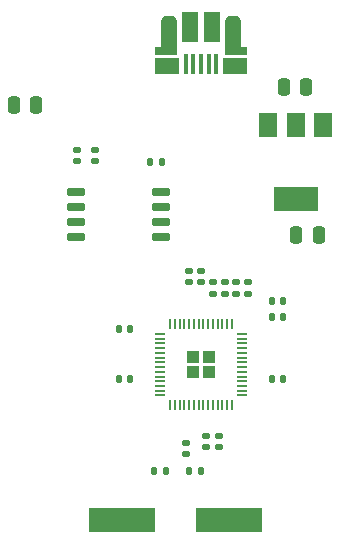
<source format=gtp>
G04 #@! TF.GenerationSoftware,KiCad,Pcbnew,7.0.1-0*
G04 #@! TF.CreationDate,2023-04-02T19:02:11+10:00*
G04 #@! TF.ProjectId,RP2040_minimal,52503230-3430-45f6-9d69-6e696d616c2e,REV1*
G04 #@! TF.SameCoordinates,Original*
G04 #@! TF.FileFunction,Paste,Top*
G04 #@! TF.FilePolarity,Positive*
%FSLAX46Y46*%
G04 Gerber Fmt 4.6, Leading zero omitted, Abs format (unit mm)*
G04 Created by KiCad (PCBNEW 7.0.1-0) date 2023-04-02 19:02:11*
%MOMM*%
%LPD*%
G01*
G04 APERTURE LIST*
G04 Aperture macros list*
%AMRoundRect*
0 Rectangle with rounded corners*
0 $1 Rounding radius*
0 $2 $3 $4 $5 $6 $7 $8 $9 X,Y pos of 4 corners*
0 Add a 4 corners polygon primitive as box body*
4,1,4,$2,$3,$4,$5,$6,$7,$8,$9,$2,$3,0*
0 Add four circle primitives for the rounded corners*
1,1,$1+$1,$2,$3*
1,1,$1+$1,$4,$5*
1,1,$1+$1,$6,$7*
1,1,$1+$1,$8,$9*
0 Add four rect primitives between the rounded corners*
20,1,$1+$1,$2,$3,$4,$5,0*
20,1,$1+$1,$4,$5,$6,$7,0*
20,1,$1+$1,$6,$7,$8,$9,0*
20,1,$1+$1,$8,$9,$2,$3,0*%
G04 Aperture macros list end*
%ADD10RoundRect,0.250000X-0.250000X-0.475000X0.250000X-0.475000X0.250000X0.475000X-0.250000X0.475000X0*%
%ADD11R,0.400000X1.750000*%
%ADD12R,1.825000X0.700000*%
%ADD13R,2.000000X1.460000*%
%ADD14RoundRect,0.384800X0.265200X1.240200X-0.265200X1.240200X-0.265200X-1.240200X0.265200X-1.240200X0*%
%ADD15R,1.425000X2.500000*%
%ADD16RoundRect,0.140000X0.170000X-0.140000X0.170000X0.140000X-0.170000X0.140000X-0.170000X-0.140000X0*%
%ADD17RoundRect,0.140000X0.140000X0.170000X-0.140000X0.170000X-0.140000X-0.170000X0.140000X-0.170000X0*%
%ADD18RoundRect,0.140000X-0.170000X0.140000X-0.170000X-0.140000X0.170000X-0.140000X0.170000X0.140000X0*%
%ADD19R,1.500000X2.000000*%
%ADD20R,3.800000X2.000000*%
%ADD21RoundRect,0.150000X-0.650000X-0.150000X0.650000X-0.150000X0.650000X0.150000X-0.650000X0.150000X0*%
%ADD22RoundRect,0.140000X-0.140000X-0.170000X0.140000X-0.170000X0.140000X0.170000X-0.140000X0.170000X0*%
%ADD23RoundRect,0.250000X-0.292217X-0.292217X0.292217X-0.292217X0.292217X0.292217X-0.292217X0.292217X0*%
%ADD24RoundRect,0.050000X-0.387500X-0.050000X0.387500X-0.050000X0.387500X0.050000X-0.387500X0.050000X0*%
%ADD25RoundRect,0.050000X-0.050000X-0.387500X0.050000X-0.387500X0.050000X0.387500X-0.050000X0.387500X0*%
%ADD26R,5.600000X2.100000*%
G04 APERTURE END LIST*
D10*
X108075000Y-89000000D03*
X109975000Y-89000000D03*
D11*
X101300000Y-74525000D03*
X100650000Y-74525000D03*
X100000000Y-74525000D03*
X99350000Y-74525000D03*
X98700000Y-74525000D03*
D12*
X102987500Y-73400000D03*
D13*
X102900000Y-74730000D03*
D14*
X102725000Y-72125000D03*
D15*
X100962500Y-71450000D03*
X99037500Y-71450000D03*
D14*
X97275000Y-72125000D03*
D13*
X97100000Y-74730000D03*
D12*
X97012500Y-73400000D03*
D16*
X104000000Y-93995000D03*
X104000000Y-93035000D03*
X103000000Y-93995000D03*
X103000000Y-93035000D03*
D17*
X93995000Y-101200000D03*
X93035000Y-101200000D03*
X96665000Y-82830000D03*
X95705000Y-82830000D03*
D18*
X89500000Y-81835000D03*
X89500000Y-82795000D03*
D19*
X110300000Y-79700000D03*
X108000000Y-79700000D03*
D20*
X108000000Y-86000000D03*
D19*
X105700000Y-79700000D03*
D21*
X89450000Y-85370000D03*
X89450000Y-86640000D03*
X89450000Y-87910000D03*
X89450000Y-89180000D03*
X96650000Y-89180000D03*
X96650000Y-87910000D03*
X96650000Y-86640000D03*
X96650000Y-85370000D03*
D22*
X99005000Y-109000000D03*
X99965000Y-109000000D03*
D16*
X91000000Y-82795000D03*
X91000000Y-81835000D03*
X100000000Y-92995000D03*
X100000000Y-92035000D03*
D22*
X106005000Y-101200000D03*
X106965000Y-101200000D03*
D18*
X100381000Y-106005000D03*
X100381000Y-106965000D03*
X101000000Y-93035000D03*
X101000000Y-93995000D03*
X101500000Y-106005000D03*
X101500000Y-106965000D03*
D10*
X106987500Y-76500000D03*
X108887500Y-76500000D03*
D17*
X93995000Y-97000000D03*
X93035000Y-97000000D03*
D22*
X106005000Y-94600000D03*
X106965000Y-94600000D03*
D23*
X99362500Y-99362500D03*
X99362500Y-100637500D03*
X100637500Y-99362500D03*
X100637500Y-100637500D03*
D24*
X96562500Y-97400000D03*
X96562500Y-97800000D03*
X96562500Y-98200000D03*
X96562500Y-98600000D03*
X96562500Y-99000000D03*
X96562500Y-99400000D03*
X96562500Y-99800000D03*
X96562500Y-100200000D03*
X96562500Y-100600000D03*
X96562500Y-101000000D03*
X96562500Y-101400000D03*
X96562500Y-101800000D03*
X96562500Y-102200000D03*
X96562500Y-102600000D03*
D25*
X97400000Y-103437500D03*
X97800000Y-103437500D03*
X98200000Y-103437500D03*
X98600000Y-103437500D03*
X99000000Y-103437500D03*
X99400000Y-103437500D03*
X99800000Y-103437500D03*
X100200000Y-103437500D03*
X100600000Y-103437500D03*
X101000000Y-103437500D03*
X101400000Y-103437500D03*
X101800000Y-103437500D03*
X102200000Y-103437500D03*
X102600000Y-103437500D03*
D24*
X103437500Y-102600000D03*
X103437500Y-102200000D03*
X103437500Y-101800000D03*
X103437500Y-101400000D03*
X103437500Y-101000000D03*
X103437500Y-100600000D03*
X103437500Y-100200000D03*
X103437500Y-99800000D03*
X103437500Y-99400000D03*
X103437500Y-99000000D03*
X103437500Y-98600000D03*
X103437500Y-98200000D03*
X103437500Y-97800000D03*
X103437500Y-97400000D03*
D25*
X102600000Y-96562500D03*
X102200000Y-96562500D03*
X101800000Y-96562500D03*
X101400000Y-96562500D03*
X101000000Y-96562500D03*
X100600000Y-96562500D03*
X100200000Y-96562500D03*
X99800000Y-96562500D03*
X99400000Y-96562500D03*
X99000000Y-96562500D03*
X98600000Y-96562500D03*
X98200000Y-96562500D03*
X97800000Y-96562500D03*
X97400000Y-96562500D03*
D17*
X96995000Y-109000000D03*
X96035000Y-109000000D03*
D18*
X102000000Y-93035000D03*
X102000000Y-93995000D03*
D16*
X99000000Y-92995000D03*
X99000000Y-92035000D03*
D22*
X106005000Y-96000000D03*
X106965000Y-96000000D03*
D18*
X98700000Y-106635000D03*
X98700000Y-107595000D03*
D26*
X93341000Y-113116000D03*
X102341000Y-113116000D03*
D10*
X84165000Y-78000000D03*
X86065000Y-78000000D03*
M02*

</source>
